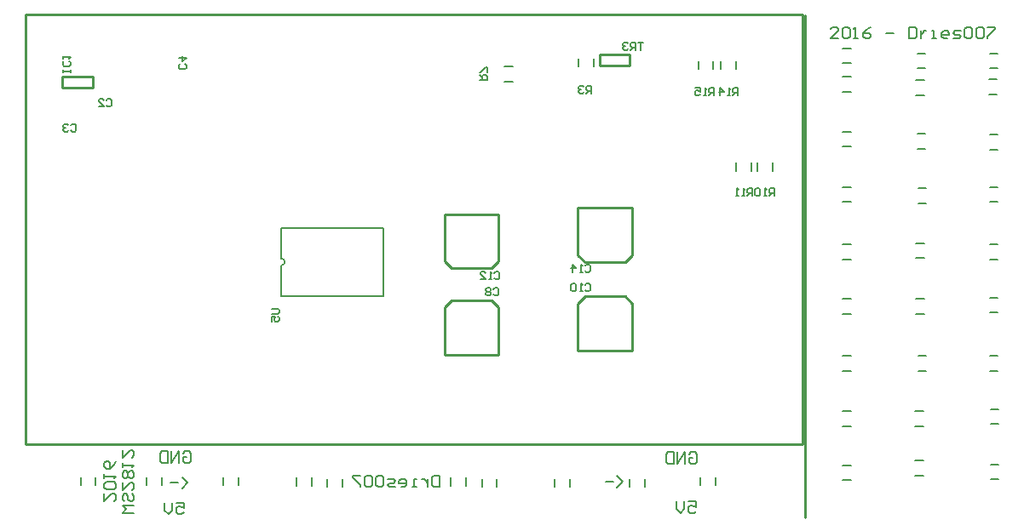
<source format=gbo>
G04 Layer_Color=32896*
%FSLAX23Y23*%
%MOIN*%
G70*
G01*
G75*
%ADD28C,0.010*%
%ADD57C,0.008*%
%ADD59C,0.005*%
%ADD103C,0.007*%
D28*
X144Y1681D02*
X262D01*
X144D02*
Y1724D01*
X262D01*
Y1681D02*
Y1724D01*
X2246Y1768D02*
X2364D01*
X2246D02*
Y1811D01*
X2364D01*
Y1768D02*
Y1811D01*
X1638Y1187D02*
X1850D01*
X1823Y974D02*
X1850Y1002D01*
Y1187D01*
X1665Y974D02*
X1823D01*
X1638Y1002D02*
X1665Y974D01*
X1638Y1002D02*
Y1187D01*
X2161Y1211D02*
X2374D01*
X2346Y998D02*
X2374Y1026D01*
Y1211D01*
X2189Y998D02*
X2346D01*
X2161Y1026D02*
X2189Y998D01*
X2161Y1026D02*
Y1211D01*
Y652D02*
X2374D01*
X2161Y837D02*
X2189Y864D01*
X2161Y652D02*
Y837D01*
X2189Y864D02*
X2346D01*
X2374Y837D01*
Y652D02*
Y837D01*
X1638Y636D02*
X1850D01*
X1638Y821D02*
X1665Y848D01*
X1638Y636D02*
Y821D01*
X1665Y848D02*
X1823D01*
X1850Y821D01*
Y636D02*
Y821D01*
X0Y285D02*
X3039D01*
Y1970D01*
X0D02*
X3039D01*
X0Y285D02*
Y1970D01*
X3051Y0D02*
Y1965D01*
D57*
X1001Y986D02*
G03*
X1001Y1011I0J13D01*
G01*
Y1131D02*
X1401D01*
Y864D02*
Y1131D01*
X1001Y864D02*
X1401D01*
X1001D02*
Y986D01*
Y1011D02*
Y1131D01*
X2781Y1356D02*
Y1388D01*
X2841Y1356D02*
Y1388D01*
X2923Y1356D02*
Y1388D01*
X2864Y1356D02*
Y1388D01*
X2632Y1754D02*
Y1785D01*
X2691Y1754D02*
Y1785D01*
X2778Y1754D02*
Y1785D01*
X2719Y1754D02*
Y1785D01*
X2163Y1766D02*
Y1797D01*
X2222Y1766D02*
Y1797D01*
X1874Y1764D02*
X1906D01*
X1874Y1705D02*
X1906D01*
X3768Y1715D02*
X3799D01*
X3768Y1656D02*
X3799D01*
X3772Y1817D02*
X3803D01*
X3772Y1758D02*
X3803D01*
X3772Y1498D02*
X3803D01*
X3772Y1439D02*
X3803D01*
X3197Y1667D02*
X3228D01*
X3197Y1726D02*
X3228D01*
X3197Y1451D02*
X3228D01*
X3197Y1510D02*
X3228D01*
X3484Y1014D02*
X3516D01*
X3484Y1073D02*
X3516D01*
X3197Y1010D02*
X3228D01*
X3197Y1069D02*
X3228D01*
X3484Y797D02*
X3516D01*
X3484Y856D02*
X3516D01*
X3772Y1010D02*
X3803D01*
X3772Y1069D02*
X3803D01*
X3488Y1443D02*
X3520D01*
X3488Y1502D02*
X3520D01*
X3492Y1230D02*
X3524D01*
X3492Y1289D02*
X3524D01*
X3197Y1234D02*
X3228D01*
X3197Y1293D02*
X3228D01*
X3197Y797D02*
X3228D01*
X3197Y856D02*
X3228D01*
X3492Y573D02*
X3524D01*
X3492Y632D02*
X3524D01*
X3480Y356D02*
X3512D01*
X3480Y415D02*
X3512D01*
X3197Y573D02*
X3228D01*
X3197Y632D02*
X3228D01*
X3197Y356D02*
X3228D01*
X3197Y415D02*
X3228D01*
X3480Y163D02*
X3512D01*
X3480Y222D02*
X3512D01*
X3197Y1778D02*
X3228D01*
X3197Y1837D02*
X3228D01*
X3772Y1234D02*
X3803D01*
X3772Y1293D02*
X3803D01*
X3772Y801D02*
X3803D01*
X3772Y860D02*
X3803D01*
X3772Y573D02*
X3803D01*
X3772Y632D02*
X3803D01*
X3776Y364D02*
X3807D01*
X3776Y423D02*
X3807D01*
X3776Y148D02*
X3807D01*
X3776Y207D02*
X3807D01*
X3488Y1758D02*
X3520D01*
X3488Y1817D02*
X3520D01*
X3484Y1652D02*
X3516D01*
X3484Y1711D02*
X3516D01*
X3197Y144D02*
X3228D01*
X3197Y203D02*
X3228D01*
X1785Y118D02*
Y150D01*
X1844Y118D02*
Y150D01*
X2069Y118D02*
Y150D01*
X2128Y118D02*
Y150D01*
X2364Y118D02*
Y150D01*
X2423Y118D02*
Y150D01*
X2640Y126D02*
Y157D01*
X2699Y126D02*
Y157D01*
X774Y126D02*
Y157D01*
X833Y126D02*
Y157D01*
X474Y126D02*
Y157D01*
X533Y126D02*
Y157D01*
X1061Y122D02*
Y154D01*
X1120Y122D02*
Y154D01*
X215Y126D02*
Y157D01*
X274Y126D02*
Y157D01*
X1663Y122D02*
Y154D01*
X1722Y122D02*
Y154D01*
X1179Y118D02*
Y150D01*
X1238Y118D02*
Y150D01*
D59*
X962Y817D02*
X987D01*
X992Y812D01*
Y802D01*
X987Y797D01*
X962D01*
Y767D02*
Y787D01*
X977D01*
X972Y777D01*
Y772D01*
X977Y767D01*
X987D01*
X992Y772D01*
Y782D01*
X987Y787D01*
X2417Y1859D02*
X2397D01*
X2407D01*
Y1829D01*
X2387D02*
Y1859D01*
X2372D01*
X2367Y1854D01*
Y1844D01*
X2372Y1839D01*
X2387D01*
X2377D02*
X2367Y1829D01*
X2357Y1854D02*
X2352Y1859D01*
X2342D01*
X2337Y1854D01*
Y1849D01*
X2342Y1844D01*
X2347D01*
X2342D01*
X2337Y1839D01*
Y1834D01*
X2342Y1829D01*
X2352D01*
X2357Y1834D01*
X2693Y1652D02*
Y1682D01*
X2678D01*
X2673Y1677D01*
Y1667D01*
X2678Y1662D01*
X2693D01*
X2683D02*
X2673Y1652D01*
X2663D02*
X2653D01*
X2658D01*
Y1682D01*
X2663Y1677D01*
X2618Y1682D02*
X2638D01*
Y1667D01*
X2628Y1672D01*
X2623D01*
X2618Y1667D01*
Y1657D01*
X2623Y1652D01*
X2633D01*
X2638Y1657D01*
X2787Y1652D02*
Y1682D01*
X2772D01*
X2767Y1677D01*
Y1667D01*
X2772Y1662D01*
X2787D01*
X2777D02*
X2767Y1652D01*
X2757D02*
X2747D01*
X2752D01*
Y1682D01*
X2757Y1677D01*
X2717Y1652D02*
Y1682D01*
X2732Y1667D01*
X2712D01*
X2843Y1258D02*
Y1288D01*
X2828D01*
X2823Y1283D01*
Y1273D01*
X2828Y1268D01*
X2843D01*
X2833D02*
X2823Y1258D01*
X2813D02*
X2803D01*
X2808D01*
Y1288D01*
X2813Y1283D01*
X2788Y1258D02*
X2778D01*
X2783D01*
Y1288D01*
X2788Y1283D01*
X2929Y1258D02*
Y1288D01*
X2914D01*
X2909Y1283D01*
Y1273D01*
X2914Y1268D01*
X2929D01*
X2919D02*
X2909Y1258D01*
X2899D02*
X2889D01*
X2894D01*
Y1288D01*
X2899Y1283D01*
X2874D02*
X2869Y1288D01*
X2859D01*
X2854Y1283D01*
Y1263D01*
X2859Y1258D01*
X2869D01*
X2874Y1263D01*
Y1283D01*
X1776Y1711D02*
X1806D01*
Y1726D01*
X1801Y1731D01*
X1791D01*
X1786Y1726D01*
Y1711D01*
Y1721D02*
X1776Y1731D01*
X1806Y1741D02*
Y1761D01*
X1801D01*
X1781Y1741D01*
X1776D01*
X2213Y1659D02*
Y1689D01*
X2198D01*
X2193Y1684D01*
Y1674D01*
X2198Y1669D01*
X2213D01*
X2203D02*
X2193Y1659D01*
X2183Y1684D02*
X2178Y1689D01*
X2168D01*
X2163Y1684D01*
Y1679D01*
X2168Y1674D01*
X2173D01*
X2168D01*
X2163Y1669D01*
Y1664D01*
X2168Y1659D01*
X2178D01*
X2183Y1664D01*
X176Y1742D02*
Y1752D01*
Y1747D01*
X146D01*
Y1742D01*
Y1752D01*
X171Y1787D02*
X176Y1782D01*
Y1772D01*
X171Y1767D01*
X151D01*
X146Y1772D01*
Y1782D01*
X151Y1787D01*
X146Y1797D02*
Y1807D01*
Y1802D01*
X176D01*
X171Y1797D01*
X2189Y984D02*
X2194Y989D01*
X2204D01*
X2209Y984D01*
Y964D01*
X2204Y959D01*
X2194D01*
X2189Y964D01*
X2179Y959D02*
X2169D01*
X2174D01*
Y989D01*
X2179Y984D01*
X2139Y959D02*
Y989D01*
X2154Y974D01*
X2134D01*
X1834Y956D02*
X1839Y961D01*
X1849D01*
X1854Y956D01*
Y936D01*
X1849Y931D01*
X1839D01*
X1834Y936D01*
X1824Y931D02*
X1814D01*
X1819D01*
Y961D01*
X1824Y956D01*
X1779Y931D02*
X1799D01*
X1779Y951D01*
Y956D01*
X1784Y961D01*
X1794D01*
X1799Y956D01*
X2189Y909D02*
X2194Y914D01*
X2204D01*
X2209Y909D01*
Y889D01*
X2204Y884D01*
X2194D01*
X2189Y889D01*
X2179Y884D02*
X2169D01*
X2174D01*
Y914D01*
X2179Y909D01*
X2154D02*
X2149Y914D01*
X2139D01*
X2134Y909D01*
Y889D01*
X2139Y884D01*
X2149D01*
X2154Y889D01*
Y909D01*
X1830Y893D02*
X1835Y898D01*
X1845D01*
X1850Y893D01*
Y873D01*
X1845Y868D01*
X1835D01*
X1830Y873D01*
X1820Y893D02*
X1815Y898D01*
X1805D01*
X1800Y893D01*
Y888D01*
X1805Y883D01*
X1800Y878D01*
Y873D01*
X1805Y868D01*
X1815D01*
X1820Y873D01*
Y878D01*
X1815Y883D01*
X1820Y888D01*
Y893D01*
X1815Y883D02*
X1805D01*
X623Y1774D02*
X628Y1769D01*
Y1759D01*
X623Y1754D01*
X603D01*
X598Y1759D01*
Y1769D01*
X603Y1774D01*
X598Y1799D02*
X628D01*
X613Y1784D01*
Y1804D01*
X177Y1535D02*
X182Y1540D01*
X192D01*
X197Y1535D01*
Y1515D01*
X192Y1510D01*
X182D01*
X177Y1515D01*
X167Y1535D02*
X162Y1540D01*
X152D01*
X147Y1535D01*
Y1530D01*
X152Y1525D01*
X157D01*
X152D01*
X147Y1520D01*
Y1515D01*
X152Y1510D01*
X162D01*
X167Y1515D01*
X315Y1633D02*
X320Y1638D01*
X330D01*
X335Y1633D01*
Y1613D01*
X330Y1608D01*
X320D01*
X315Y1613D01*
X285Y1608D02*
X305D01*
X285Y1628D01*
Y1633D01*
X290Y1638D01*
X300D01*
X305Y1633D01*
D103*
X3180Y1874D02*
X3150D01*
X3180Y1904D01*
Y1912D01*
X3172Y1919D01*
X3157D01*
X3150Y1912D01*
X3195D02*
X3202Y1919D01*
X3217D01*
X3225Y1912D01*
Y1882D01*
X3217Y1874D01*
X3202D01*
X3195Y1882D01*
Y1912D01*
X3240Y1874D02*
X3255D01*
X3247D01*
Y1919D01*
X3240Y1912D01*
X3307Y1919D02*
X3292Y1912D01*
X3277Y1897D01*
Y1882D01*
X3285Y1874D01*
X3300D01*
X3307Y1882D01*
Y1889D01*
X3300Y1897D01*
X3277D01*
X3367D02*
X3397D01*
X3457Y1919D02*
Y1874D01*
X3480D01*
X3487Y1882D01*
Y1912D01*
X3480Y1919D01*
X3457D01*
X3502Y1904D02*
Y1874D01*
Y1889D01*
X3509Y1897D01*
X3517Y1904D01*
X3524D01*
X3547Y1874D02*
X3562D01*
X3554D01*
Y1904D01*
X3547D01*
X3607Y1874D02*
X3592D01*
X3584Y1882D01*
Y1897D01*
X3592Y1904D01*
X3607D01*
X3614Y1897D01*
Y1889D01*
X3584D01*
X3629Y1874D02*
X3652D01*
X3659Y1882D01*
X3652Y1889D01*
X3637D01*
X3629Y1897D01*
X3637Y1904D01*
X3659D01*
X3674Y1912D02*
X3682Y1919D01*
X3697D01*
X3704Y1912D01*
Y1882D01*
X3697Y1874D01*
X3682D01*
X3674Y1882D01*
Y1912D01*
X3719D02*
X3727Y1919D01*
X3742D01*
X3749Y1912D01*
Y1882D01*
X3742Y1874D01*
X3727D01*
X3719Y1882D01*
Y1912D01*
X3764Y1919D02*
X3794D01*
Y1912D01*
X3764Y1882D01*
Y1874D01*
X307Y93D02*
Y63D01*
X337Y93D01*
X345D01*
X352Y85D01*
Y70D01*
X345Y63D01*
Y108D02*
X352Y115D01*
Y130D01*
X345Y138D01*
X315D01*
X307Y130D01*
Y115D01*
X315Y108D01*
X345D01*
X307Y153D02*
Y168D01*
Y160D01*
X352D01*
X345Y153D01*
X352Y220D02*
X345Y205D01*
X330Y190D01*
X315D01*
X307Y198D01*
Y213D01*
X315Y220D01*
X322D01*
X330Y213D01*
Y190D01*
X423Y16D02*
X378D01*
X393Y31D01*
X378Y46D01*
X423D01*
X415Y91D02*
X423Y83D01*
Y68D01*
X415Y61D01*
X408D01*
X400Y68D01*
Y83D01*
X393Y91D01*
X385D01*
X378Y83D01*
Y68D01*
X385Y61D01*
X378Y136D02*
Y106D01*
X408Y136D01*
X415D01*
X423Y128D01*
Y113D01*
X415Y106D01*
Y151D02*
X423Y158D01*
Y173D01*
X415Y181D01*
X408D01*
X400Y173D01*
X393Y181D01*
X385D01*
X378Y173D01*
Y158D01*
X385Y151D01*
X393D01*
X400Y158D01*
X408Y151D01*
X415D01*
X400Y158D02*
Y173D01*
X378Y196D02*
Y211D01*
Y203D01*
X423D01*
X415Y196D01*
X378Y263D02*
Y233D01*
X408Y263D01*
X415D01*
X423Y256D01*
Y241D01*
X415Y233D01*
X1618Y163D02*
Y118D01*
X1596D01*
X1588Y126D01*
Y156D01*
X1596Y163D01*
X1618D01*
X1573Y148D02*
Y118D01*
Y133D01*
X1566Y141D01*
X1558Y148D01*
X1551D01*
X1528Y118D02*
X1513D01*
X1521D01*
Y148D01*
X1528D01*
X1468Y118D02*
X1483D01*
X1491Y126D01*
Y141D01*
X1483Y148D01*
X1468D01*
X1461Y141D01*
Y133D01*
X1491D01*
X1446Y118D02*
X1423D01*
X1416Y126D01*
X1423Y133D01*
X1438D01*
X1446Y141D01*
X1438Y148D01*
X1416D01*
X1401Y156D02*
X1393Y163D01*
X1378D01*
X1371Y156D01*
Y126D01*
X1378Y118D01*
X1393D01*
X1401Y126D01*
Y156D01*
X1356D02*
X1348Y163D01*
X1333D01*
X1326Y156D01*
Y126D01*
X1333Y118D01*
X1348D01*
X1356Y126D01*
Y156D01*
X1311Y163D02*
X1281D01*
Y156D01*
X1311Y126D01*
Y118D01*
X567Y135D02*
X597D01*
X612Y157D02*
X634Y135D01*
X612Y112D01*
X2268Y139D02*
X2298D01*
X2313Y161D02*
X2335Y139D01*
X2313Y116D01*
X2592Y61D02*
X2622D01*
Y38D01*
X2607Y46D01*
X2600D01*
X2592Y38D01*
Y23D01*
X2600Y16D01*
X2615D01*
X2622Y23D01*
X2577Y61D02*
Y31D01*
X2562Y16D01*
X2547Y31D01*
Y61D01*
X2596Y246D02*
X2603Y254D01*
X2618D01*
X2626Y246D01*
Y216D01*
X2618Y209D01*
X2603D01*
X2596Y216D01*
Y231D01*
X2611D01*
X2581Y209D02*
Y254D01*
X2551Y209D01*
Y254D01*
X2536D02*
Y209D01*
X2514D01*
X2506Y216D01*
Y246D01*
X2514Y254D01*
X2536D01*
X616Y250D02*
X623Y258D01*
X638D01*
X646Y250D01*
Y220D01*
X638Y213D01*
X623D01*
X616Y220D01*
Y235D01*
X631D01*
X601Y213D02*
Y258D01*
X571Y213D01*
Y258D01*
X556D02*
Y213D01*
X533D01*
X526Y220D01*
Y250D01*
X533Y258D01*
X556D01*
X588Y57D02*
X618D01*
Y34D01*
X603Y42D01*
X596D01*
X588Y34D01*
Y19D01*
X596Y12D01*
X611D01*
X618Y19D01*
X573Y57D02*
Y27D01*
X558Y12D01*
X543Y27D01*
Y57D01*
M02*

</source>
